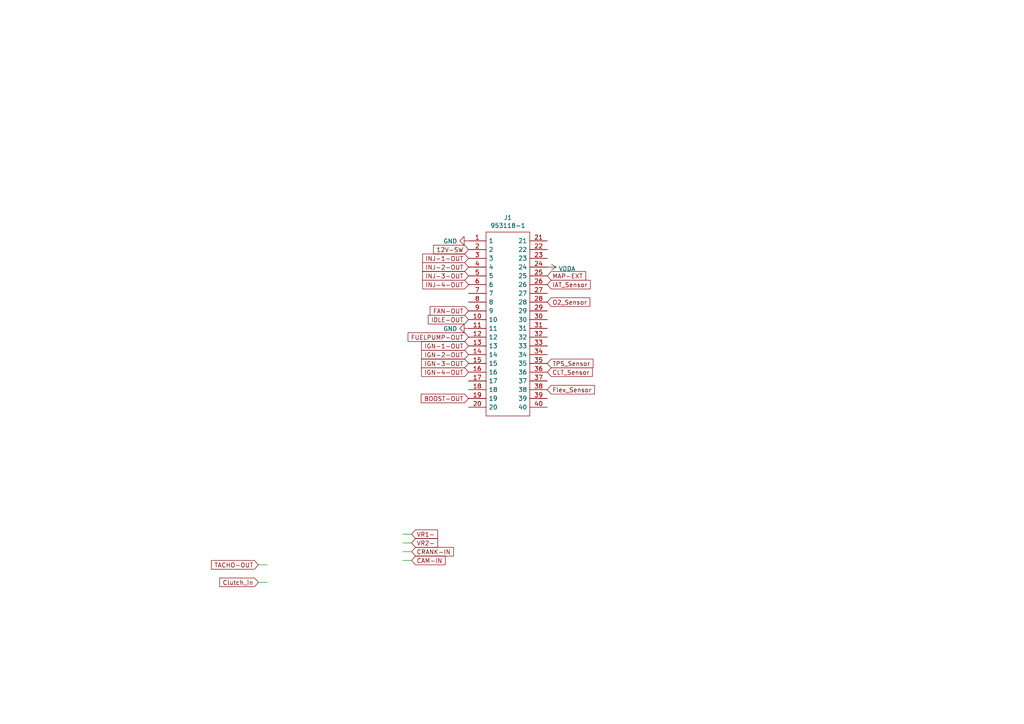
<source format=kicad_sch>
(kicad_sch (version 20211123) (generator eeschema)
  (paper "A4")
  (lib_symbols
    (symbol "T6Mega-rescue:953118-1-LibraryLoader" (pin_names (offset 0.762))
      (property "Reference" "J" (at 19.05 7.62 0))
      (property "Value" "953118-1-LibraryLoader" (at 19.05 5.08 0))
      (symbol "953118-1-LibraryLoader_0_0"
        (pin passive line (at 0 0 0) (length 5.08) (name "1") (number "1"))
        (pin passive line (at 0 -22.86 0) (length 5.08) (name "10") (number "10"))
        (pin passive line (at 0 -25.4 0) (length 5.08) (name "11") (number "11"))
        (pin passive line (at 0 -27.94 0) (length 5.08) (name "12") (number "12"))
        (pin passive line (at 0 -30.48 0) (length 5.08) (name "13") (number "13"))
        (pin passive line (at 0 -33.02 0) (length 5.08) (name "14") (number "14"))
        (pin passive line (at 0 -35.56 0) (length 5.08) (name "15") (number "15"))
        (pin passive line (at 0 -38.1 0) (length 5.08) (name "16") (number "16"))
        (pin passive line (at 0 -40.64 0) (length 5.08) (name "17") (number "17"))
        (pin passive line (at 0 -43.18 0) (length 5.08) (name "18") (number "18"))
        (pin passive line (at 0 -45.72 0) (length 5.08) (name "19") (number "19"))
        (pin passive line (at 0 -2.54 0) (length 5.08) (name "2") (number "2"))
        (pin passive line (at 0 -48.26 0) (length 5.08) (name "20") (number "20"))
        (pin passive line (at 22.86 0 180) (length 5.08) (name "21") (number "21"))
        (pin passive line (at 22.86 -2.54 180) (length 5.08) (name "22") (number "22"))
        (pin passive line (at 22.86 -5.08 180) (length 5.08) (name "23") (number "23"))
        (pin passive line (at 22.86 -7.62 180) (length 5.08) (name "24") (number "24"))
        (pin passive line (at 22.86 -10.16 180) (length 5.08) (name "25") (number "25"))
        (pin passive line (at 22.86 -12.7 180) (length 5.08) (name "26") (number "26"))
        (pin passive line (at 22.86 -15.24 180) (length 5.08) (name "27") (number "27"))
        (pin passive line (at 22.86 -17.78 180) (length 5.08) (name "28") (number "28"))
        (pin passive line (at 22.86 -20.32 180) (length 5.08) (name "29") (number "29"))
        (pin passive line (at 0 -5.08 0) (length 5.08) (name "3") (number "3"))
        (pin passive line (at 22.86 -22.86 180) (length 5.08) (name "30") (number "30"))
        (pin passive line (at 22.86 -25.4 180) (length 5.08) (name "31") (number "31"))
        (pin passive line (at 22.86 -27.94 180) (length 5.08) (name "32") (number "32"))
        (pin passive line (at 22.86 -30.48 180) (length 5.08) (name "33") (number "33"))
        (pin passive line (at 22.86 -33.02 180) (length 5.08) (name "34") (number "34"))
        (pin passive line (at 22.86 -35.56 180) (length 5.08) (name "35") (number "35"))
        (pin passive line (at 22.86 -38.1 180) (length 5.08) (name "36") (number "36"))
        (pin passive line (at 22.86 -40.64 180) (length 5.08) (name "37") (number "37"))
        (pin passive line (at 22.86 -43.18 180) (length 5.08) (name "38") (number "38"))
        (pin passive line (at 22.86 -45.72 180) (length 5.08) (name "39") (number "39"))
        (pin passive line (at 0 -7.62 0) (length 5.08) (name "4") (number "4"))
        (pin passive line (at 22.86 -48.26 180) (length 5.08) (name "40") (number "40"))
        (pin passive line (at 0 -10.16 0) (length 5.08) (name "5") (number "5"))
        (pin passive line (at 0 -12.7 0) (length 5.08) (name "6") (number "6"))
        (pin passive line (at 0 -15.24 0) (length 5.08) (name "7") (number "7"))
        (pin passive line (at 0 -17.78 0) (length 5.08) (name "8") (number "8"))
        (pin passive line (at 0 -20.32 0) (length 5.08) (name "9") (number "9"))
      )
      (symbol "953118-1-LibraryLoader_0_1"
        (polyline (pts (xy 5.08 2.54) (xy 17.78 2.54) (xy 17.78 -50.8) (xy 5.08 -50.8) (xy 5.08 2.54)) (stroke (width 0.1524)))
      )
    )
    (symbol "power:GND" (power) (pin_names (offset 0))
      (property "Value" "GND" (at 0 -3.81 0))
      (symbol "GND_0_1"
        (polyline (pts (xy 0 0) (xy 0 -1.27) (xy 1.27 -1.27) (xy 0 -2.54) (xy -1.27 -1.27) (xy 0 -1.27)))
      )
      (symbol "GND_1_1"
        (pin power_in line (at 0 0 270) (length 0) hide (name "GND") (number "1"))
      )
    )
    (symbol "power:VDDA" (power) (pin_names (offset 0))
      (property "Value" "VDDA" (at 0 3.81 0))
      (symbol "VDDA_0_1"
        (polyline (pts (xy -0.762 1.27) (xy 0 2.54)))
        (polyline (pts (xy 0 0) (xy 0 2.54)))
        (polyline (pts (xy 0 2.54) (xy 0.762 1.27)))
      )
      (symbol "VDDA_1_1"
        (pin power_in line (at 0 0 90) (length 0) hide (name "VDDA") (number "1"))
      )
    )
  )
  (wire (pts (xy 116.84 160.02) (xy 119.38 160.02)))
  (wire (pts (xy 74.93 163.83) (xy 77.47 163.83)))
  (wire (pts (xy 119.38 162.56) (xy 116.84 162.56)))
  (wire (pts (xy 74.93 168.91) (xy 77.47 168.91)))
  (wire (pts (xy 116.84 154.94) (xy 119.38 154.94)))
  (wire (pts (xy 119.38 157.48) (xy 116.84 157.48)))
  (global_label "Flex_Sensor" (shape input) (at 158.75 113.03 0) (property "Intersheet References" "${INTERSHEET_REFS}" (effects hide)))
  (global_label "INJ-4-OUT" (shape input) (at 135.89 82.55 180) (property "Intersheet References" "${INTERSHEET_REFS}" (effects hide)))
  (global_label "BOOST-OUT" (shape input) (at 135.89 115.57 180) (property "Intersheet References" "${INTERSHEET_REFS}" (effects hide)))
  (global_label "IGN-1-OUT" (shape input) (at 135.89 100.33 180) (property "Intersheet References" "${INTERSHEET_REFS}" (effects hide)))
  (global_label "Clutch_in" (shape input) (at 74.93 168.91 180) (property "Intersheet References" "${INTERSHEET_REFS}" (effects hide)))
  (global_label "IGN-2-OUT" (shape input) (at 135.89 102.87 180) (property "Intersheet References" "${INTERSHEET_REFS}" (effects hide)))
  (global_label "MAP-EXT" (shape input) (at 158.75 80.01 0) (property "Intersheet References" "${INTERSHEET_REFS}" (effects hide)))
  (global_label "INJ-3-OUT" (shape input) (at 135.89 80.01 180) (property "Intersheet References" "${INTERSHEET_REFS}" (effects hide)))
  (global_label "INJ-2-OUT" (shape input) (at 135.89 77.47 180) (property "Intersheet References" "${INTERSHEET_REFS}" (effects hide)))
  (global_label "FUELPUMP-OUT" (shape input) (at 135.89 97.79 180) (property "Intersheet References" "${INTERSHEET_REFS}" (effects hide)))
  (global_label "TACHO-OUT" (shape input) (at 74.93 163.83 180) (property "Intersheet References" "${INTERSHEET_REFS}" (effects hide)))
  (global_label "O2_Sensor" (shape input) (at 158.75 87.63 0) (property "Intersheet References" "${INTERSHEET_REFS}" (effects hide)))
  (global_label "CAM-IN" (shape input) (at 119.38 162.56 0) (property "Intersheet References" "${INTERSHEET_REFS}" (effects hide)))
  (global_label "IAT_Sensor" (shape input) (at 158.75 82.55 0) (property "Intersheet References" "${INTERSHEET_REFS}" (effects hide)))
  (global_label "IGN-4-OUT" (shape input) (at 135.89 107.95 180) (property "Intersheet References" "${INTERSHEET_REFS}" (effects hide)))
  (global_label "IDLE-OUT" (shape input) (at 135.89 92.71 180) (property "Intersheet References" "${INTERSHEET_REFS}" (effects hide)))
  (global_label "FAN-OUT" (shape input) (at 135.89 90.17 180) (property "Intersheet References" "${INTERSHEET_REFS}" (effects hide)))
  (global_label "TPS_Sensor" (shape input) (at 158.75 105.41 0) (property "Intersheet References" "${INTERSHEET_REFS}" (effects hide)))
  (global_label "CLT_Sensor" (shape input) (at 158.75 107.95 0) (property "Intersheet References" "${INTERSHEET_REFS}" (effects hide)))
  (global_label "CRANK-IN" (shape input) (at 119.38 160.02 0) (property "Intersheet References" "${INTERSHEET_REFS}" (effects hide)))
  (global_label "VR2-" (shape input) (at 119.38 157.48 0) (property "Intersheet References" "${INTERSHEET_REFS}" (effects hide)))
  (global_label "IGN-3-OUT" (shape input) (at 135.89 105.41 180) (property "Intersheet References" "${INTERSHEET_REFS}" (effects hide)))
  (global_label "INJ-1-OUT" (shape input) (at 135.89 74.93 180) (property "Intersheet References" "${INTERSHEET_REFS}" (effects hide)))
  (global_label "VR1-" (shape input) (at 119.38 154.94 0) (property "Intersheet References" "${INTERSHEET_REFS}" (effects hide)))
  (global_label "12V-SW" (shape input) (at 135.89 72.39 180) (property "Intersheet References" "${INTERSHEET_REFS}" (effects hide)))
  (symbol (lib_id "T6Mega-rescue:953118-1-LibraryLoader") (at 135.89 69.85 0) (unit 1)
    (property "Reference" "J1" (at 147.32 63.119 0))
    (property "Value" "953118-1" (at 147.32 65.4304 0))
    (property "Footprint" "LibraryLoader:9531181" (effects hide))
    (property "Datasheet" "https://www.te.com/commerce/DocumentDelivery/DDEController?Action=showdoc&DocId=Customer+Drawing%7F953118%7FG%7Fpdf%7FFrench%7FFRE_CD_953118_G.pdf%7F953118-1" (effects hide))
    (property "Description" "40pos MQS .63 header 180deg" (effects hide))
    (property "Height" "21.7" (effects hide))
    (property "Manufacturer_Name" "TE Connectivity" (effects hide))
    (property "Manufacturer_Part_Number" "953118-1" (effects hide))
    (property "Mouser Part Number" "571-953118-1" (effects hide))
    (property "Mouser Price/Stock" "https://www.mouser.co.uk/ProductDetail/TE-Connectivity/953118-1?qs=Q0GhXaox%252BNF1Rdk0Qq6iQg%3D%3D" (effects hide))
  )
  (symbol (lib_id "power:VDDA") (at 158.75 77.47 270) (unit 1)
    (property "Reference" "#PWR048" (effects hide))
    (property "Value" "VDDA" (at 162.0012 77.9272 90) (effects (justify left)))
  )
  (symbol (lib_id "power:GND") (at 135.89 95.25 270) (unit 1)
    (property "Reference" "#PWR049" (effects hide))
    (property "Value" "GND" (at 132.6388 95.377 90) (effects (justify right)))
  )
  (symbol (lib_id "power:GND") (at 135.89 69.85 270) (unit 1)
    (property "Reference" "#PWR047" (effects hide))
    (property "Value" "GND" (at 132.6388 69.977 90) (effects (justify right)))
  )
)
</source>
